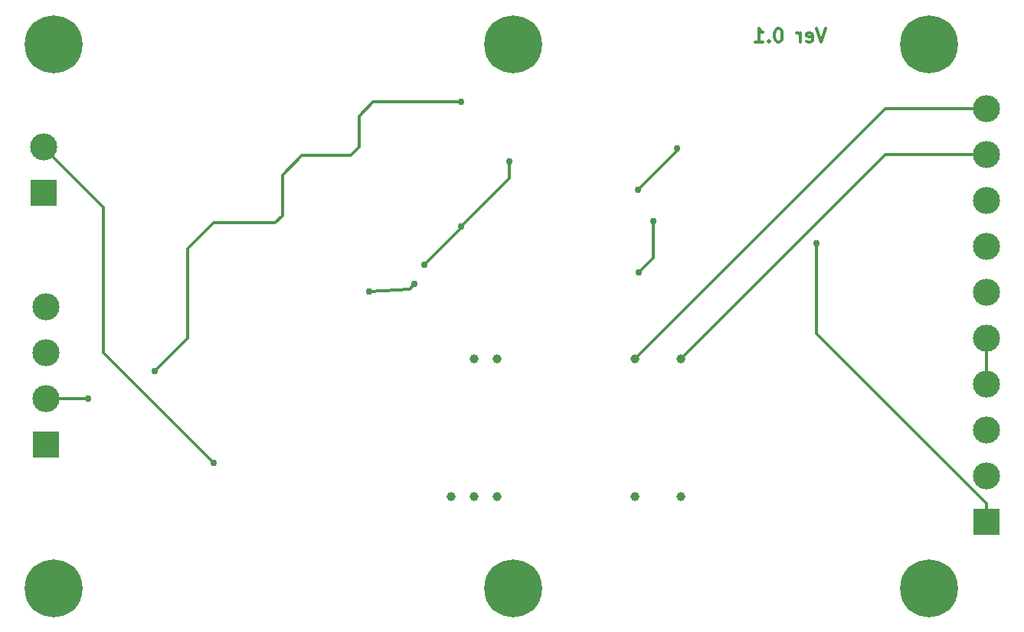
<source format=gbr>
G04 #@! TF.FileFunction,Copper,L2,Bot,Signal*
%FSLAX46Y46*%
G04 Gerber Fmt 4.6, Leading zero omitted, Abs format (unit mm)*
G04 Created by KiCad (PCBNEW (2015-08-05 BZR 6055, Git fa29c62)-product) date 4/15/2016 12:47:28 PM*
%MOMM*%
G01*
G04 APERTURE LIST*
%ADD10C,0.100000*%
%ADD11C,0.300000*%
%ADD12C,6.400000*%
%ADD13R,3.000000X3.000000*%
%ADD14O,3.000000X3.000000*%
%ADD15C,3.000000*%
%ADD16C,1.000000*%
%ADD17C,0.762000*%
%ADD18C,0.355600*%
G04 APERTURE END LIST*
D10*
D11*
X117243285Y-48580571D02*
X116743285Y-50080571D01*
X116243285Y-48580571D01*
X115171857Y-50009143D02*
X115314714Y-50080571D01*
X115600428Y-50080571D01*
X115743285Y-50009143D01*
X115814714Y-49866286D01*
X115814714Y-49294857D01*
X115743285Y-49152000D01*
X115600428Y-49080571D01*
X115314714Y-49080571D01*
X115171857Y-49152000D01*
X115100428Y-49294857D01*
X115100428Y-49437714D01*
X115814714Y-49580571D01*
X114457571Y-50080571D02*
X114457571Y-49080571D01*
X114457571Y-49366286D02*
X114386143Y-49223429D01*
X114314714Y-49152000D01*
X114171857Y-49080571D01*
X114029000Y-49080571D01*
X112100429Y-48580571D02*
X111957572Y-48580571D01*
X111814715Y-48652000D01*
X111743286Y-48723429D01*
X111671857Y-48866286D01*
X111600429Y-49152000D01*
X111600429Y-49509143D01*
X111671857Y-49794857D01*
X111743286Y-49937714D01*
X111814715Y-50009143D01*
X111957572Y-50080571D01*
X112100429Y-50080571D01*
X112243286Y-50009143D01*
X112314715Y-49937714D01*
X112386143Y-49794857D01*
X112457572Y-49509143D01*
X112457572Y-49152000D01*
X112386143Y-48866286D01*
X112314715Y-48723429D01*
X112243286Y-48652000D01*
X112100429Y-48580571D01*
X110957572Y-49937714D02*
X110886144Y-50009143D01*
X110957572Y-50080571D01*
X111029001Y-50009143D01*
X110957572Y-49937714D01*
X110957572Y-50080571D01*
X109457572Y-50080571D02*
X110314715Y-50080571D01*
X109886143Y-50080571D02*
X109886143Y-48580571D01*
X110029000Y-48794857D01*
X110171858Y-48937714D01*
X110314715Y-49009143D01*
D12*
X82677000Y-110490000D03*
X82677000Y-50292000D03*
X128651000Y-110490000D03*
X128651000Y-50292000D03*
X31877000Y-50292000D03*
X31877000Y-110490000D03*
D13*
X30770000Y-66786000D03*
D14*
X30770000Y-61706000D03*
X135001000Y-57404000D03*
X135001000Y-62484000D03*
X135001000Y-72644000D03*
X135001000Y-77724000D03*
D15*
X135001000Y-82804000D03*
D14*
X135001000Y-67564000D03*
X135001000Y-87884000D03*
D13*
X135001000Y-103124000D03*
D14*
X135001000Y-98044000D03*
X135001000Y-92964000D03*
X31024000Y-79380000D03*
D13*
X31024000Y-94620000D03*
D14*
X31024000Y-89540000D03*
X31024000Y-84460000D03*
D16*
X75819000Y-100330000D03*
X96139000Y-85090000D03*
X80899000Y-85090000D03*
X80899000Y-100330000D03*
X96139000Y-100330000D03*
X78359000Y-85090000D03*
X101219000Y-85090000D03*
X101219000Y-100330000D03*
X78359000Y-100330000D03*
D17*
X76971700Y-70456400D03*
X72888700Y-74709700D03*
X82289300Y-63294800D03*
X96616600Y-75557600D03*
X98237000Y-69921300D03*
X116235300Y-72371900D03*
X35682000Y-89540000D03*
X76911200Y-56718200D03*
X43091100Y-86448900D03*
X66751200Y-77647800D03*
X71807700Y-76854000D03*
X49568100Y-96659700D03*
X96523400Y-66416400D03*
X100833100Y-61850200D03*
D18*
X76971700Y-70626700D02*
X72888700Y-74709700D01*
X76971700Y-70456400D02*
X76971700Y-70626700D01*
X82289300Y-65138800D02*
X82289300Y-63294800D01*
X76971700Y-70456400D02*
X82289300Y-65138800D01*
X98237000Y-73937200D02*
X98237000Y-69921300D01*
X96616600Y-75557600D02*
X98237000Y-73937200D01*
X135001000Y-87884000D02*
X135001000Y-82804000D01*
X116235300Y-82375400D02*
X116235300Y-72371900D01*
X135001000Y-101141100D02*
X116235300Y-82375400D01*
X135001000Y-103124000D02*
X135001000Y-101141100D01*
X46736000Y-78486000D02*
X46736000Y-72936100D01*
X46736000Y-72936100D02*
X49606200Y-70065900D01*
X49606200Y-70065900D02*
X56388000Y-70065900D01*
X56388000Y-70065900D02*
X57188100Y-69265800D01*
X57188100Y-69265800D02*
X57188100Y-64770000D01*
X57188100Y-64770000D02*
X59359800Y-62598300D01*
X59359800Y-62598300D02*
X64770000Y-62598300D01*
X64770000Y-62598300D02*
X65684400Y-61683900D01*
X65684400Y-61683900D02*
X65684400Y-58254900D01*
X65684400Y-58254900D02*
X67221100Y-56718200D01*
X67221100Y-56718200D02*
X76911200Y-56718200D01*
X35682000Y-89540000D02*
X31024000Y-89540000D01*
X46736000Y-82804000D02*
X46736000Y-78486000D01*
X43091100Y-86448900D02*
X46736000Y-82804000D01*
X71251800Y-77409900D02*
X71807700Y-76854000D01*
X66751200Y-77647800D02*
X71251800Y-77409900D01*
X30770000Y-61706000D02*
X30770000Y-61719900D01*
X30770000Y-61719900D02*
X37376100Y-68326000D01*
X37376100Y-84467700D02*
X49568100Y-96659700D01*
X37376100Y-68326000D02*
X37376100Y-84467700D01*
X123825000Y-57404000D02*
X135001000Y-57404000D01*
X96139000Y-85090000D02*
X123825000Y-57404000D01*
X135001000Y-62484000D02*
X133018100Y-62484000D01*
X133018100Y-62484100D02*
X133018100Y-62484000D01*
X123824900Y-62484100D02*
X133018100Y-62484100D01*
X101219000Y-85090000D02*
X123824900Y-62484100D01*
X100833100Y-62106700D02*
X96523400Y-66416400D01*
X100833100Y-61850200D02*
X100833100Y-62106700D01*
M02*

</source>
